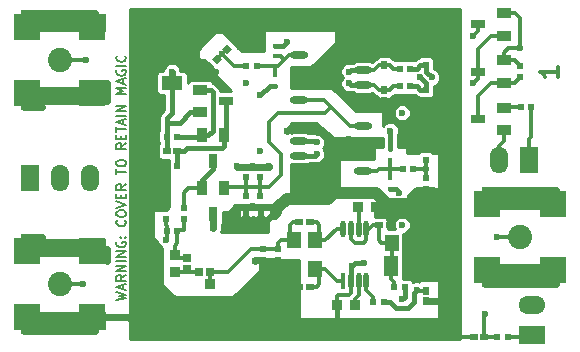
<source format=gtl>
G04 #@! TF.FileFunction,Copper,L1,Top,Signal*
%FSLAX46Y46*%
G04 Gerber Fmt 4.6, Leading zero omitted, Abs format (unit mm)*
G04 Created by KiCad (PCBNEW (2014-11-08 BZR 5258)-product) date Tue 11 Nov 2014 09:30:07 AM EST*
%MOMM*%
G01*
G04 APERTURE LIST*
%ADD10C,0.100000*%
%ADD11C,0.200000*%
%ADD12C,0.300000*%
%ADD13C,2.050000*%
%ADD14R,7.760000X1.600000*%
%ADD15R,2.200000X2.200000*%
%ADD16R,1.150000X1.450000*%
%ADD17R,1.524000X2.286000*%
%ADD18O,1.524000X2.286000*%
%ADD19R,2.286000X1.524000*%
%ADD20O,2.286000X1.524000*%
%ADD21R,0.600000X0.600000*%
%ADD22R,1.800000X1.200000*%
%ADD23R,0.600000X0.650000*%
%ADD24R,0.650000X0.600000*%
%ADD25R,1.200000X1.800000*%
%ADD26R,0.400000X0.300000*%
%ADD27R,1.300000X0.900000*%
%ADD28R,1.300000X0.800000*%
%ADD29R,0.900000X1.300000*%
%ADD30R,0.800000X1.300000*%
%ADD31R,1.550000X0.600000*%
%ADD32O,1.550000X0.600000*%
%ADD33R,0.450000X1.450000*%
%ADD34O,0.450000X1.450000*%
%ADD35R,0.900000X0.950000*%
%ADD36R,0.950000X0.900000*%
%ADD37R,0.650000X0.700000*%
%ADD38R,0.700000X0.650000*%
%ADD39C,0.600000*%
%ADD40C,0.600000*%
%ADD41C,0.400000*%
%ADD42C,0.350000*%
%ADD43C,1.000000*%
%ADD44C,0.254000*%
G04 APERTURE END LIST*
D10*
D11*
X96811905Y-85380951D02*
X97611905Y-85190475D01*
X97040476Y-85038094D01*
X97611905Y-84885713D01*
X96811905Y-84695237D01*
X97383333Y-84428570D02*
X97383333Y-84047618D01*
X97611905Y-84504761D02*
X96811905Y-84238094D01*
X97611905Y-83971427D01*
X97611905Y-83247618D02*
X97230952Y-83514285D01*
X97611905Y-83704761D02*
X96811905Y-83704761D01*
X96811905Y-83399999D01*
X96850000Y-83323808D01*
X96888095Y-83285713D01*
X96964286Y-83247618D01*
X97078571Y-83247618D01*
X97154762Y-83285713D01*
X97192857Y-83323808D01*
X97230952Y-83399999D01*
X97230952Y-83704761D01*
X97611905Y-82904761D02*
X96811905Y-82904761D01*
X97611905Y-82447618D01*
X96811905Y-82447618D01*
X97611905Y-82066666D02*
X96811905Y-82066666D01*
X97611905Y-81685714D02*
X96811905Y-81685714D01*
X97611905Y-81228571D01*
X96811905Y-81228571D01*
X96850000Y-80428571D02*
X96811905Y-80504762D01*
X96811905Y-80619047D01*
X96850000Y-80733333D01*
X96926190Y-80809524D01*
X97002381Y-80847619D01*
X97154762Y-80885714D01*
X97269048Y-80885714D01*
X97421429Y-80847619D01*
X97497619Y-80809524D01*
X97573810Y-80733333D01*
X97611905Y-80619047D01*
X97611905Y-80542857D01*
X97573810Y-80428571D01*
X97535714Y-80390476D01*
X97269048Y-80390476D01*
X97269048Y-80542857D01*
X97535714Y-80047619D02*
X97573810Y-80009524D01*
X97611905Y-80047619D01*
X97573810Y-80085714D01*
X97535714Y-80047619D01*
X97611905Y-80047619D01*
X97116667Y-80047619D02*
X97154762Y-80009524D01*
X97192857Y-80047619D01*
X97154762Y-80085714D01*
X97116667Y-80047619D01*
X97192857Y-80047619D01*
X97535714Y-78600000D02*
X97573810Y-78638095D01*
X97611905Y-78752381D01*
X97611905Y-78828571D01*
X97573810Y-78942857D01*
X97497619Y-79019048D01*
X97421429Y-79057143D01*
X97269048Y-79095238D01*
X97154762Y-79095238D01*
X97002381Y-79057143D01*
X96926190Y-79019048D01*
X96850000Y-78942857D01*
X96811905Y-78828571D01*
X96811905Y-78752381D01*
X96850000Y-78638095D01*
X96888095Y-78600000D01*
X96811905Y-78104762D02*
X96811905Y-77952381D01*
X96850000Y-77876190D01*
X96926190Y-77800000D01*
X97078571Y-77761905D01*
X97345238Y-77761905D01*
X97497619Y-77800000D01*
X97573810Y-77876190D01*
X97611905Y-77952381D01*
X97611905Y-78104762D01*
X97573810Y-78180952D01*
X97497619Y-78257143D01*
X97345238Y-78295238D01*
X97078571Y-78295238D01*
X96926190Y-78257143D01*
X96850000Y-78180952D01*
X96811905Y-78104762D01*
X96811905Y-77533334D02*
X97611905Y-77266667D01*
X96811905Y-77000000D01*
X97192857Y-76733334D02*
X97192857Y-76466667D01*
X97611905Y-76352381D02*
X97611905Y-76733334D01*
X96811905Y-76733334D01*
X96811905Y-76352381D01*
X97611905Y-75552381D02*
X97230952Y-75819048D01*
X97611905Y-76009524D02*
X96811905Y-76009524D01*
X96811905Y-75704762D01*
X96850000Y-75628571D01*
X96888095Y-75590476D01*
X96964286Y-75552381D01*
X97078571Y-75552381D01*
X97154762Y-75590476D01*
X97192857Y-75628571D01*
X97230952Y-75704762D01*
X97230952Y-76009524D01*
X96811905Y-74714286D02*
X96811905Y-74257143D01*
X97611905Y-74485714D02*
X96811905Y-74485714D01*
X96811905Y-73838095D02*
X96811905Y-73685714D01*
X96850000Y-73609523D01*
X96926190Y-73533333D01*
X97078571Y-73495238D01*
X97345238Y-73495238D01*
X97497619Y-73533333D01*
X97573810Y-73609523D01*
X97611905Y-73685714D01*
X97611905Y-73838095D01*
X97573810Y-73914285D01*
X97497619Y-73990476D01*
X97345238Y-74028571D01*
X97078571Y-74028571D01*
X96926190Y-73990476D01*
X96850000Y-73914285D01*
X96811905Y-73838095D01*
X97611905Y-72085714D02*
X97230952Y-72352381D01*
X97611905Y-72542857D02*
X96811905Y-72542857D01*
X96811905Y-72238095D01*
X96850000Y-72161904D01*
X96888095Y-72123809D01*
X96964286Y-72085714D01*
X97078571Y-72085714D01*
X97154762Y-72123809D01*
X97192857Y-72161904D01*
X97230952Y-72238095D01*
X97230952Y-72542857D01*
X97192857Y-71742857D02*
X97192857Y-71476190D01*
X97611905Y-71361904D02*
X97611905Y-71742857D01*
X96811905Y-71742857D01*
X96811905Y-71361904D01*
X96811905Y-71133333D02*
X96811905Y-70676190D01*
X97611905Y-70904761D02*
X96811905Y-70904761D01*
X97383333Y-70447618D02*
X97383333Y-70066666D01*
X97611905Y-70523809D02*
X96811905Y-70257142D01*
X97611905Y-69990475D01*
X97611905Y-69723809D02*
X96811905Y-69723809D01*
X97611905Y-69342857D02*
X96811905Y-69342857D01*
X97611905Y-68885714D01*
X96811905Y-68885714D01*
X97611905Y-67895238D02*
X96811905Y-67895238D01*
X97383333Y-67628571D01*
X96811905Y-67361904D01*
X97611905Y-67361904D01*
X97383333Y-67019047D02*
X97383333Y-66638095D01*
X97611905Y-67095238D02*
X96811905Y-66828571D01*
X97611905Y-66561904D01*
X96850000Y-65876190D02*
X96811905Y-65952381D01*
X96811905Y-66066666D01*
X96850000Y-66180952D01*
X96926190Y-66257143D01*
X97002381Y-66295238D01*
X97154762Y-66333333D01*
X97269048Y-66333333D01*
X97421429Y-66295238D01*
X97497619Y-66257143D01*
X97573810Y-66180952D01*
X97611905Y-66066666D01*
X97611905Y-65990476D01*
X97573810Y-65876190D01*
X97535714Y-65838095D01*
X97269048Y-65838095D01*
X97269048Y-65990476D01*
X97611905Y-65495238D02*
X96811905Y-65495238D01*
X97535714Y-64657143D02*
X97573810Y-64695238D01*
X97611905Y-64809524D01*
X97611905Y-64885714D01*
X97573810Y-65000000D01*
X97497619Y-65076191D01*
X97421429Y-65114286D01*
X97269048Y-65152381D01*
X97154762Y-65152381D01*
X97002381Y-65114286D01*
X96926190Y-65076191D01*
X96850000Y-65000000D01*
X96811905Y-64885714D01*
X96811905Y-64809524D01*
X96850000Y-64695238D01*
X96888095Y-64657143D01*
D12*
X134178571Y-65571428D02*
X134178571Y-66428571D01*
X134178571Y-65999999D02*
X132678571Y-65999999D01*
X132892857Y-66142856D01*
X133035714Y-66285714D01*
X133107143Y-66428571D01*
D13*
X92000000Y-65000000D03*
D14*
X92000000Y-68080000D03*
X92000000Y-61920000D03*
D15*
X89220000Y-67780000D03*
X89220000Y-62220000D03*
X94780000Y-67780000D03*
X94780000Y-62220000D03*
D16*
X121900000Y-80500000D03*
X120100000Y-80500000D03*
D17*
X89460000Y-75000000D03*
D18*
X92000000Y-75000000D03*
X94540000Y-75000000D03*
D17*
X131770000Y-73500000D03*
D18*
X129230000Y-73500000D03*
D19*
X132000000Y-88270000D03*
D20*
X132000000Y-85730000D03*
D16*
X113650000Y-80250000D03*
X111850000Y-80250000D03*
D21*
X131000000Y-66450000D03*
X131000000Y-65550000D03*
D22*
X101500000Y-66950000D03*
X101500000Y-64050000D03*
D23*
X119500000Y-67550000D03*
X119500000Y-68450000D03*
X119500000Y-65450000D03*
X119500000Y-64550000D03*
D24*
X112300000Y-78750000D03*
X113200000Y-78750000D03*
X112300000Y-84250000D03*
X113200000Y-84250000D03*
D16*
X113650000Y-82750000D03*
X111850000Y-82750000D03*
D24*
X119050000Y-79000000D03*
X119950000Y-79000000D03*
D23*
X123000000Y-84550000D03*
X123000000Y-85450000D03*
D24*
X127950000Y-88500000D03*
X127050000Y-88500000D03*
D25*
X120050000Y-82500000D03*
X122950000Y-82500000D03*
D24*
X101950000Y-72750000D03*
X101050000Y-72750000D03*
D26*
X110250000Y-67200000D03*
X110250000Y-66300000D03*
X110250000Y-64700000D03*
X110250000Y-63800000D03*
X120000000Y-75950000D03*
X120000000Y-75050000D03*
X120000000Y-73450000D03*
X120000000Y-72550000D03*
D21*
X108700000Y-65500000D03*
X107800000Y-65500000D03*
X121050000Y-74250000D03*
X121950000Y-74250000D03*
D13*
X131000000Y-80000000D03*
D14*
X131000000Y-83080000D03*
X131000000Y-76920000D03*
D15*
X128220000Y-82780000D03*
X128220000Y-77220000D03*
X133780000Y-82780000D03*
X133780000Y-77220000D03*
D13*
X92000000Y-84000000D03*
D14*
X92000000Y-87080000D03*
X92000000Y-80920000D03*
D15*
X89220000Y-86780000D03*
X89220000Y-81220000D03*
X94780000Y-86780000D03*
X94780000Y-81220000D03*
D27*
X129600000Y-70950000D03*
X129600000Y-69050000D03*
D28*
X127400000Y-70000000D03*
D27*
X129600000Y-66950000D03*
X129600000Y-65050000D03*
D28*
X127400000Y-66000000D03*
D27*
X129600000Y-62950000D03*
X129600000Y-61050000D03*
D28*
X127400000Y-62000000D03*
D27*
X103900000Y-67550000D03*
X103900000Y-69450000D03*
D28*
X106100000Y-68500000D03*
D29*
X105950000Y-75900000D03*
X104050000Y-75900000D03*
D30*
X105000000Y-78100000D03*
D29*
X105950000Y-71400000D03*
X104050000Y-71400000D03*
D30*
X105000000Y-73600000D03*
D10*
G36*
X106181802Y-64492462D02*
X105757538Y-64068198D01*
X106181802Y-63643934D01*
X106606066Y-64068198D01*
X106181802Y-64492462D01*
X106181802Y-64492462D01*
G37*
G36*
X106818198Y-63856066D02*
X106393934Y-63431802D01*
X106818198Y-63007538D01*
X107242462Y-63431802D01*
X106818198Y-63856066D01*
X106818198Y-63856066D01*
G37*
G36*
X105318198Y-64507538D02*
X105742462Y-64931802D01*
X105318198Y-65356066D01*
X104893934Y-64931802D01*
X105318198Y-64507538D01*
X105318198Y-64507538D01*
G37*
G36*
X104681802Y-65143934D02*
X105106066Y-65568198D01*
X104681802Y-65992462D01*
X104257538Y-65568198D01*
X104681802Y-65143934D01*
X104681802Y-65143934D01*
G37*
D21*
X118550000Y-85500000D03*
X119450000Y-85500000D03*
X129050000Y-88500000D03*
X129950000Y-88500000D03*
X123000000Y-73450000D03*
X123000000Y-72550000D03*
X123000000Y-75050000D03*
X123000000Y-75950000D03*
X131950000Y-69000000D03*
X131050000Y-69000000D03*
X121700000Y-67250000D03*
X120800000Y-67250000D03*
X121700000Y-65750000D03*
X120800000Y-65750000D03*
X123000000Y-68450000D03*
X123000000Y-67550000D03*
X123000000Y-64550000D03*
X123000000Y-65450000D03*
X109250000Y-81050000D03*
X109250000Y-81950000D03*
X110500000Y-81050000D03*
X110500000Y-81950000D03*
X120300000Y-84250000D03*
X121200000Y-84250000D03*
X107750000Y-74950000D03*
X107750000Y-74050000D03*
X109000000Y-74950000D03*
X109000000Y-74050000D03*
X107750000Y-76550000D03*
X107750000Y-77450000D03*
X101050000Y-74000000D03*
X101950000Y-74000000D03*
X109000000Y-76550000D03*
X109000000Y-77450000D03*
X101950000Y-71500000D03*
X101050000Y-71500000D03*
X101000000Y-78450000D03*
X101000000Y-77550000D03*
X101950000Y-79500000D03*
X101050000Y-79500000D03*
X102500000Y-78450000D03*
X102500000Y-77550000D03*
D31*
X117700000Y-68405000D03*
D32*
X117700000Y-67135000D03*
X117700000Y-65865000D03*
X117700000Y-64595000D03*
X112300000Y-64595000D03*
X112300000Y-65865000D03*
X112300000Y-67135000D03*
X112300000Y-68405000D03*
D31*
X112300000Y-70595000D03*
D32*
X112300000Y-71865000D03*
X112300000Y-73135000D03*
X112300000Y-74405000D03*
X117700000Y-74405000D03*
X117700000Y-73135000D03*
X117700000Y-71865000D03*
X117700000Y-70595000D03*
D33*
X116025000Y-83700000D03*
D34*
X116675000Y-83700000D03*
X117325000Y-83700000D03*
X117975000Y-83700000D03*
X117975000Y-79300000D03*
X117325000Y-79300000D03*
X116675000Y-79300000D03*
X116025000Y-79300000D03*
D35*
X117000000Y-85750000D03*
X115500000Y-85750000D03*
X117250000Y-77500000D03*
X118750000Y-77500000D03*
X101750000Y-81500000D03*
X100250000Y-81500000D03*
X101750000Y-83000000D03*
X100250000Y-83000000D03*
D36*
X104750000Y-84000000D03*
X104750000Y-85500000D03*
D37*
X104700000Y-83000000D03*
X103800000Y-83000000D03*
D38*
X102750000Y-82700000D03*
X102750000Y-81800000D03*
D39*
X105000000Y-79250000D03*
X105000000Y-79250000D03*
X109000000Y-72750000D03*
X121000000Y-79000000D03*
X121000000Y-85250000D03*
X102500000Y-87750000D03*
X105000000Y-87750000D03*
X107500000Y-87750000D03*
X110000000Y-87750000D03*
X112500000Y-87750000D03*
X115000000Y-87750000D03*
X117500000Y-87750000D03*
X120000000Y-87750000D03*
X125000000Y-86500000D03*
X125000000Y-84000000D03*
X125000000Y-81500000D03*
X125000000Y-79000000D03*
X125000000Y-76500000D03*
X125000000Y-74000000D03*
X125000000Y-71500000D03*
X125000000Y-69000000D03*
X125000000Y-66500000D03*
X125000000Y-64000000D03*
X125000000Y-61500000D03*
X121250000Y-61500000D03*
X118750000Y-61500000D03*
X116250000Y-61500000D03*
X113750000Y-61500000D03*
X111250000Y-61500000D03*
X108750000Y-61500000D03*
X106250000Y-61500000D03*
X103750000Y-61500000D03*
X101250000Y-61500000D03*
X98750000Y-62750000D03*
X98750000Y-65250000D03*
X98750000Y-67750000D03*
X98750000Y-70250000D03*
X98750000Y-72750000D03*
X98750000Y-75250000D03*
X98750000Y-80250000D03*
X98750000Y-85250000D03*
X98750000Y-87750000D03*
X109750000Y-74000000D03*
X108400000Y-74000000D03*
X107000000Y-74000000D03*
X109750000Y-77500000D03*
X108400000Y-77400000D03*
X123000000Y-76600000D03*
X123600000Y-76000000D03*
X122400000Y-76000000D03*
X123000000Y-72000000D03*
X122400000Y-72600000D03*
X123600000Y-72600000D03*
X105200000Y-66000000D03*
X104200000Y-65200000D03*
X104250000Y-66000000D03*
X107300000Y-63900000D03*
X107250000Y-63000000D03*
X106400000Y-63000000D03*
X121000000Y-63750000D03*
X112250000Y-75000000D03*
X113500000Y-74500000D03*
X116500000Y-73250000D03*
X116500000Y-71750000D03*
X117750000Y-72500000D03*
X111250000Y-71000000D03*
X111250000Y-71000000D03*
X113500000Y-70500000D03*
X117500000Y-69000000D03*
X116500000Y-68500000D03*
X116500000Y-64500000D03*
X117750000Y-64000000D03*
X113500000Y-67250000D03*
X113500000Y-65750000D03*
X112250000Y-66500000D03*
X108500000Y-82000000D03*
X123000000Y-78500000D03*
X121250000Y-77250000D03*
X118750000Y-76250000D03*
X116750000Y-76250000D03*
X114750000Y-76750000D03*
X112250000Y-76750000D03*
X109250000Y-79250000D03*
X107000000Y-77500000D03*
X106500000Y-79250000D03*
X98750000Y-77750000D03*
X122500000Y-87750000D03*
X128000000Y-76000000D03*
X129500000Y-76000000D03*
X131000000Y-76000000D03*
X132500000Y-76000000D03*
X134000000Y-76000000D03*
X128000000Y-84000000D03*
X129500000Y-84000000D03*
X131000000Y-84000000D03*
X132500000Y-84000000D03*
X134000000Y-84000000D03*
X89000000Y-88000000D03*
X90500000Y-88000000D03*
X92000000Y-88000000D03*
X93500000Y-88000000D03*
X95000000Y-88000000D03*
X89000000Y-80000000D03*
X90500000Y-80000000D03*
X96000000Y-82000000D03*
X96000000Y-81000000D03*
X89000000Y-69000000D03*
X90500000Y-69000000D03*
X96000000Y-67000000D03*
X96000000Y-68500000D03*
X89000000Y-61000000D03*
X90500000Y-61000000D03*
X92000000Y-61000000D03*
X93500000Y-61000000D03*
X95000000Y-61000000D03*
X109000000Y-64000000D03*
X122000000Y-69250000D03*
X116750000Y-82500000D03*
X117750000Y-82250000D03*
X104000000Y-85500000D03*
X104750000Y-86250000D03*
X105500000Y-85500000D03*
X100250000Y-82250000D03*
X100250000Y-83750000D03*
X131000000Y-64000000D03*
X101500000Y-66000000D03*
X101500000Y-66000000D03*
X107750000Y-67000000D03*
X121000000Y-69500000D03*
X113750000Y-73000000D03*
X113750000Y-73000000D03*
X116500000Y-67000000D03*
X113750000Y-72000000D03*
X116500000Y-66000000D03*
X128000000Y-86500000D03*
X128000000Y-86500000D03*
X122250000Y-84500000D03*
X109000000Y-68000000D03*
X109000000Y-68000000D03*
X111250000Y-63500000D03*
X111250000Y-63500000D03*
X120750000Y-76250000D03*
X120750000Y-76250000D03*
X120000000Y-71000000D03*
X120000000Y-71000000D03*
X94250000Y-65000000D03*
X94250000Y-65000000D03*
X105750000Y-64500000D03*
X105750000Y-64500000D03*
X105750000Y-64500000D03*
X123000000Y-74250000D03*
X129000000Y-80000000D03*
X94000000Y-84000000D03*
X94000000Y-84000000D03*
X101000000Y-80250000D03*
X127000000Y-67000000D03*
X122500000Y-66500000D03*
X127000000Y-63000000D03*
X127000000Y-63000000D03*
X127000000Y-63000000D03*
X127000000Y-63000000D03*
X127000000Y-63000000D03*
X123500000Y-66500000D03*
D40*
X105000000Y-79250000D02*
X105000000Y-78100000D01*
D41*
X121200000Y-85050000D02*
X121000000Y-85250000D01*
X121200000Y-84250000D02*
X121200000Y-85050000D01*
D42*
X129600000Y-71900000D02*
X129230000Y-72270000D01*
X129230000Y-72270000D02*
X129230000Y-73500000D01*
X129600000Y-70950000D02*
X129600000Y-71900000D01*
X127050000Y-88500000D02*
X125750000Y-88500000D01*
X125750000Y-88500000D02*
X125000000Y-87750000D01*
D40*
X102500000Y-87750000D02*
X98750000Y-87750000D01*
X105000000Y-87750000D02*
X102500000Y-87750000D01*
X107500000Y-87750000D02*
X105000000Y-87750000D01*
X110000000Y-87750000D02*
X107500000Y-87750000D01*
X112500000Y-87750000D02*
X110000000Y-87750000D01*
X115000000Y-87750000D02*
X112500000Y-87750000D01*
X117500000Y-87750000D02*
X115000000Y-87750000D01*
X120000000Y-87750000D02*
X117500000Y-87750000D01*
X122500000Y-87750000D02*
X120000000Y-87750000D01*
X125000000Y-87750000D02*
X122500000Y-87750000D01*
X125000000Y-86500000D02*
X125000000Y-87750000D01*
X125000000Y-85600000D02*
X125000000Y-86500000D01*
X125000000Y-84000000D02*
X125000000Y-85600000D01*
X125000000Y-81500000D02*
X125000000Y-84000000D01*
X125000000Y-79000000D02*
X125000000Y-81500000D01*
X125000000Y-76500000D02*
X125000000Y-79000000D01*
X125000000Y-74000000D02*
X125000000Y-76500000D01*
X125000000Y-71500000D02*
X125000000Y-74000000D01*
X125000000Y-69000000D02*
X125000000Y-71500000D01*
X125000000Y-66500000D02*
X125000000Y-69000000D01*
X125000000Y-64000000D02*
X125000000Y-66500000D01*
X125000000Y-61500000D02*
X125000000Y-64000000D01*
X121250000Y-61500000D02*
X125000000Y-61500000D01*
X118750000Y-61500000D02*
X121250000Y-61500000D01*
X116250000Y-61500000D02*
X118750000Y-61500000D01*
X113750000Y-61500000D02*
X116250000Y-61500000D01*
X111250000Y-61500000D02*
X113750000Y-61500000D01*
X108750000Y-61500000D02*
X111250000Y-61500000D01*
X106250000Y-61500000D02*
X108750000Y-61500000D01*
X103750000Y-61500000D02*
X106250000Y-61500000D01*
X101250000Y-61500000D02*
X103750000Y-61500000D01*
X98750000Y-61500000D02*
X101250000Y-61500000D01*
X98750000Y-62750000D02*
X98750000Y-61500000D01*
X98750000Y-67750000D02*
X98750000Y-62750000D01*
X98750000Y-67750000D02*
X98750000Y-65250000D01*
X98750000Y-70250000D02*
X98750000Y-67750000D01*
X98750000Y-72750000D02*
X98750000Y-70250000D01*
X98750000Y-74000000D02*
X98750000Y-72750000D01*
X98750000Y-77750000D02*
X98750000Y-74000000D01*
X98750000Y-77750000D02*
X98750000Y-75250000D01*
X98750000Y-80250000D02*
X98750000Y-77750000D01*
X98750000Y-85250000D02*
X98750000Y-82750000D01*
X98750000Y-87750000D02*
X98750000Y-85250000D01*
X94780000Y-86780000D02*
X97780000Y-86780000D01*
X97780000Y-86780000D02*
X98750000Y-87750000D01*
X109000000Y-74050000D02*
X109700000Y-74050000D01*
X109700000Y-74050000D02*
X109750000Y-74000000D01*
X109000000Y-74050000D02*
X108450000Y-74050000D01*
X108450000Y-74050000D02*
X108400000Y-74000000D01*
X107750000Y-74050000D02*
X108350000Y-74050000D01*
X108350000Y-74050000D02*
X108400000Y-74000000D01*
X107750000Y-74050000D02*
X107050000Y-74050000D01*
X107050000Y-74050000D02*
X107000000Y-74000000D01*
X109000000Y-77450000D02*
X109700000Y-77450000D01*
X109700000Y-77450000D02*
X109750000Y-77500000D01*
X109000000Y-77450000D02*
X108450000Y-77450000D01*
X108450000Y-77450000D02*
X108400000Y-77400000D01*
X107750000Y-77450000D02*
X108350000Y-77450000D01*
X108350000Y-77450000D02*
X108400000Y-77400000D01*
D41*
X123000000Y-75950000D02*
X123000000Y-76600000D01*
X123000000Y-75950000D02*
X123550000Y-75950000D01*
X123550000Y-75950000D02*
X123600000Y-76000000D01*
X123000000Y-75950000D02*
X122450000Y-75950000D01*
X122450000Y-75950000D02*
X122400000Y-76000000D01*
X123000000Y-72550000D02*
X123000000Y-72000000D01*
X123000000Y-72550000D02*
X122450000Y-72550000D01*
X122450000Y-72550000D02*
X122400000Y-72600000D01*
X123000000Y-72550000D02*
X123550000Y-72550000D01*
X123550000Y-72550000D02*
X123600000Y-72600000D01*
X104681802Y-65568198D02*
X105113604Y-66000000D01*
X105113604Y-66000000D02*
X105200000Y-66000000D01*
X104681802Y-65568198D02*
X104313604Y-65200000D01*
X104313604Y-65200000D02*
X104200000Y-65200000D01*
X104681802Y-65568198D02*
X104250000Y-66000000D01*
X106818198Y-63431802D02*
X106831802Y-63431802D01*
X106831802Y-63431802D02*
X107300000Y-63900000D01*
X106818198Y-63431802D02*
X107250000Y-63000000D01*
X106818198Y-63431802D02*
X106400000Y-63013604D01*
X106400000Y-63013604D02*
X106400000Y-63000000D01*
D40*
X121263833Y-68450000D02*
X123000000Y-68450000D01*
X119500000Y-68450000D02*
X121263833Y-68450000D01*
X121272151Y-64550000D02*
X119500000Y-64550000D01*
X123000000Y-64550000D02*
X121272151Y-64550000D01*
X121272151Y-64550000D02*
X121272151Y-64022151D01*
X121272151Y-64022151D02*
X121000000Y-63750000D01*
X112300000Y-74405000D02*
X112300000Y-74950000D01*
X112300000Y-74950000D02*
X112250000Y-75000000D01*
X112300000Y-74405000D02*
X113405000Y-74405000D01*
X113405000Y-74405000D02*
X113500000Y-74500000D01*
X117700000Y-73135000D02*
X116615000Y-73135000D01*
X116615000Y-73135000D02*
X116500000Y-73250000D01*
X117700000Y-71865000D02*
X116615000Y-71865000D01*
X116615000Y-71865000D02*
X116500000Y-71750000D01*
X117700000Y-73135000D02*
X117700000Y-72550000D01*
X117700000Y-72550000D02*
X117750000Y-72500000D01*
X117700000Y-71865000D02*
X117700000Y-72450000D01*
X117700000Y-72450000D02*
X117750000Y-72500000D01*
X112300000Y-70595000D02*
X111655000Y-70595000D01*
X111655000Y-70595000D02*
X111250000Y-71000000D01*
X112300000Y-70595000D02*
X113405000Y-70595000D01*
X113405000Y-70595000D02*
X113500000Y-70500000D01*
X117700000Y-68405000D02*
X117700000Y-68800000D01*
X117700000Y-68800000D02*
X117500000Y-69000000D01*
X117700000Y-68405000D02*
X116595000Y-68405000D01*
X116595000Y-68405000D02*
X116500000Y-68500000D01*
X117700000Y-64595000D02*
X116595000Y-64595000D01*
X116595000Y-64595000D02*
X116500000Y-64500000D01*
X117700000Y-64595000D02*
X117700000Y-64050000D01*
X117700000Y-64050000D02*
X117750000Y-64000000D01*
X112300000Y-67135000D02*
X113385000Y-67135000D01*
X113385000Y-67135000D02*
X113500000Y-67250000D01*
X112300000Y-65865000D02*
X113385000Y-65865000D01*
X113385000Y-65865000D02*
X113500000Y-65750000D01*
X112300000Y-67135000D02*
X112300000Y-66550000D01*
X112300000Y-66550000D02*
X112250000Y-66500000D01*
X112300000Y-65865000D02*
X112300000Y-66450000D01*
X112300000Y-66450000D02*
X112250000Y-66500000D01*
X109250000Y-81950000D02*
X108550000Y-81950000D01*
X108550000Y-81950000D02*
X108500000Y-82000000D01*
D42*
X115600000Y-84900000D02*
X115500000Y-85000000D01*
X115500000Y-85000000D02*
X115500000Y-85750000D01*
X116500000Y-84900000D02*
X115600000Y-84900000D01*
X116675000Y-84725000D02*
X116500000Y-84900000D01*
X116675000Y-83700000D02*
X116675000Y-84725000D01*
X110750000Y-83750000D02*
X110500000Y-83500000D01*
X110500000Y-83500000D02*
X110500000Y-81950000D01*
X111500000Y-83750000D02*
X110750000Y-83750000D01*
X111500000Y-84000000D02*
X111500000Y-83100000D01*
X111500000Y-83100000D02*
X111850000Y-82750000D01*
X111750000Y-84250000D02*
X111500000Y-84000000D01*
X112300000Y-84250000D02*
X111750000Y-84250000D01*
X109250000Y-81950000D02*
X110500000Y-81950000D01*
D43*
X123500000Y-79000000D02*
X123000000Y-78500000D01*
X125000000Y-79000000D02*
X123500000Y-79000000D01*
X121750000Y-77250000D02*
X121250000Y-77250000D01*
X123000000Y-78500000D02*
X121750000Y-77250000D01*
X121250000Y-77250000D02*
X119750000Y-77250000D01*
X119750000Y-77250000D02*
X118750000Y-76250000D01*
X118750000Y-76250000D02*
X116750000Y-76250000D01*
X115250000Y-76250000D02*
X114750000Y-76750000D01*
X116750000Y-76250000D02*
X115250000Y-76250000D01*
X114750000Y-76750000D02*
X112250000Y-76750000D01*
X112250000Y-76750000D02*
X111250000Y-76750000D01*
X111250000Y-76750000D02*
X110500000Y-77500000D01*
D40*
X110500000Y-77500000D02*
X109750000Y-77500000D01*
X119500000Y-77500000D02*
X119750000Y-77250000D01*
X118750000Y-77500000D02*
X119500000Y-77500000D01*
X107000000Y-77500000D02*
X107000000Y-78750000D01*
X107050000Y-77450000D02*
X107750000Y-77450000D01*
X107050000Y-77450000D02*
X107000000Y-77500000D01*
X107000000Y-78750000D02*
X106500000Y-79250000D01*
X109250000Y-79250000D02*
X106500000Y-79250000D01*
X98950000Y-77550000D02*
X98750000Y-77750000D01*
X101000000Y-77550000D02*
X98950000Y-77550000D01*
X98750000Y-74000000D02*
X101050000Y-74000000D01*
X125000000Y-85450000D02*
X125000000Y-85600000D01*
X123000000Y-85450000D02*
X125000000Y-85450000D01*
X128520000Y-76920000D02*
X131000000Y-76920000D01*
X128220000Y-77220000D02*
X128520000Y-76920000D01*
X133480000Y-76920000D02*
X131000000Y-76920000D01*
X133780000Y-77220000D02*
X133480000Y-76920000D01*
X128220000Y-76220000D02*
X128000000Y-76000000D01*
X128220000Y-77220000D02*
X128220000Y-76220000D01*
X128000000Y-76000000D02*
X129500000Y-76000000D01*
X129500000Y-76000000D02*
X131000000Y-76000000D01*
X131000000Y-76000000D02*
X132500000Y-76000000D01*
X132500000Y-76000000D02*
X134000000Y-76000000D01*
X128520000Y-83080000D02*
X131000000Y-83080000D01*
X128220000Y-82780000D02*
X128520000Y-83080000D01*
X133480000Y-83080000D02*
X131000000Y-83080000D01*
X133780000Y-82780000D02*
X133480000Y-83080000D01*
X128220000Y-83780000D02*
X128000000Y-84000000D01*
X128220000Y-82780000D02*
X128220000Y-83780000D01*
X128000000Y-84000000D02*
X129500000Y-84000000D01*
X129500000Y-84000000D02*
X131000000Y-84000000D01*
X131000000Y-84000000D02*
X132500000Y-84000000D01*
X132500000Y-84000000D02*
X134000000Y-84000000D01*
X89520000Y-87080000D02*
X92000000Y-87080000D01*
X89220000Y-86780000D02*
X89520000Y-87080000D01*
X94480000Y-87080000D02*
X92000000Y-87080000D01*
X94780000Y-86780000D02*
X94480000Y-87080000D01*
X89220000Y-87780000D02*
X89000000Y-88000000D01*
X89220000Y-86780000D02*
X89220000Y-87780000D01*
X89000000Y-88000000D02*
X90500000Y-88000000D01*
X90500000Y-88000000D02*
X92000000Y-88000000D01*
X92000000Y-88000000D02*
X93500000Y-88000000D01*
X93500000Y-88000000D02*
X95000000Y-88000000D01*
X89520000Y-80920000D02*
X92000000Y-80920000D01*
X89220000Y-81220000D02*
X89520000Y-80920000D01*
X94480000Y-80920000D02*
X92000000Y-80920000D01*
X94780000Y-81220000D02*
X94480000Y-80920000D01*
X89220000Y-80220000D02*
X89000000Y-80000000D01*
X89220000Y-81220000D02*
X89220000Y-80220000D01*
X89000000Y-80000000D02*
X90500000Y-80000000D01*
X95220000Y-81220000D02*
X96000000Y-82000000D01*
X94780000Y-81220000D02*
X95220000Y-81220000D01*
X96000000Y-82000000D02*
X96000000Y-81000000D01*
X89520000Y-68080000D02*
X92000000Y-68080000D01*
X89220000Y-67780000D02*
X89520000Y-68080000D01*
X94480000Y-68080000D02*
X92000000Y-68080000D01*
X94780000Y-67780000D02*
X94480000Y-68080000D01*
X89220000Y-68780000D02*
X89000000Y-69000000D01*
X89220000Y-67780000D02*
X89220000Y-68780000D01*
X89000000Y-69000000D02*
X90500000Y-69000000D01*
X95220000Y-67780000D02*
X96000000Y-67000000D01*
X94780000Y-67780000D02*
X95220000Y-67780000D01*
X96000000Y-67000000D02*
X96000000Y-68500000D01*
X89220000Y-61220000D02*
X89000000Y-61000000D01*
X89220000Y-62220000D02*
X89220000Y-61220000D01*
X89000000Y-61000000D02*
X90500000Y-61000000D01*
X90500000Y-61000000D02*
X92000000Y-61000000D01*
X92000000Y-61000000D02*
X93500000Y-61000000D01*
X93500000Y-61000000D02*
X95000000Y-61000000D01*
X121263833Y-68513833D02*
X121263833Y-68450000D01*
X122000000Y-69250000D02*
X121263833Y-68513833D01*
D41*
X116675000Y-82575000D02*
X116750000Y-82500000D01*
X116675000Y-83700000D02*
X116675000Y-82575000D01*
X117000000Y-82250000D02*
X117750000Y-82250000D01*
X116750000Y-82500000D02*
X117000000Y-82250000D01*
X115500000Y-87250000D02*
X115000000Y-87750000D01*
X115500000Y-85750000D02*
X115500000Y-87250000D01*
D42*
X119455000Y-68405000D02*
X117700000Y-68405000D01*
X119500000Y-68450000D02*
X119455000Y-68405000D01*
X119455000Y-64595000D02*
X117700000Y-64595000D01*
X119500000Y-64550000D02*
X119455000Y-64595000D01*
X99000000Y-83000000D02*
X98750000Y-82750000D01*
X100250000Y-83000000D02*
X99000000Y-83000000D01*
X98828798Y-81500000D02*
X98750000Y-81578798D01*
X100250000Y-81500000D02*
X98828798Y-81500000D01*
D40*
X98750000Y-81578798D02*
X98750000Y-80250000D01*
X98750000Y-82750000D02*
X98750000Y-81578798D01*
D42*
X104750000Y-85500000D02*
X104000000Y-85500000D01*
X104750000Y-85500000D02*
X104750000Y-86250000D01*
X104750000Y-85500000D02*
X105500000Y-85500000D01*
X100250000Y-83000000D02*
X100250000Y-82250000D01*
X100250000Y-81500000D02*
X100250000Y-82250000D01*
X100250000Y-83000000D02*
X100250000Y-83750000D01*
X130000000Y-64000000D02*
X129600000Y-64400000D01*
X129600000Y-64400000D02*
X129600000Y-65050000D01*
X131000000Y-64000000D02*
X130000000Y-64000000D01*
X130550000Y-61050000D02*
X131000000Y-61500000D01*
X131000000Y-61500000D02*
X131000000Y-64000000D01*
X129600000Y-61050000D02*
X130550000Y-61050000D01*
X131000000Y-65500000D02*
X130550000Y-65050000D01*
X130550000Y-65050000D02*
X129600000Y-65050000D01*
X131000000Y-65550000D02*
X131000000Y-65500000D01*
D40*
X101500000Y-66000000D02*
X101500000Y-66950000D01*
D41*
X102169901Y-70330099D02*
X103050000Y-69450000D01*
X103050000Y-69450000D02*
X103900000Y-69450000D01*
X101050000Y-70330099D02*
X101050000Y-71500000D01*
X101050000Y-69950000D02*
X101050000Y-70330099D01*
X101050000Y-70330099D02*
X102169901Y-70330099D01*
X101050000Y-71500000D02*
X101050000Y-72750000D01*
X101500000Y-69500000D02*
X101050000Y-69950000D01*
X101500000Y-66950000D02*
X101500000Y-69500000D01*
D42*
X120250000Y-67250000D02*
X120800000Y-67250000D01*
X119950000Y-67550000D02*
X120250000Y-67250000D01*
X119500000Y-67550000D02*
X119950000Y-67550000D01*
X118635000Y-67135000D02*
X119050000Y-67550000D01*
X119050000Y-67550000D02*
X119500000Y-67550000D01*
X117700000Y-67135000D02*
X118635000Y-67135000D01*
D41*
X113750000Y-73000000D02*
X113615000Y-73135000D01*
X113615000Y-73135000D02*
X112300000Y-73135000D01*
X117700000Y-67135000D02*
X116635000Y-67135000D01*
X116635000Y-67135000D02*
X116500000Y-67000000D01*
D42*
X119050000Y-65450000D02*
X118635000Y-65865000D01*
X118635000Y-65865000D02*
X117700000Y-65865000D01*
X119500000Y-65450000D02*
X119050000Y-65450000D01*
X120250000Y-65750000D02*
X119950000Y-65450000D01*
X119950000Y-65450000D02*
X119500000Y-65450000D01*
X120800000Y-65750000D02*
X120250000Y-65750000D01*
D41*
X112300000Y-71865000D02*
X113615000Y-71865000D01*
X113615000Y-71865000D02*
X113750000Y-72000000D01*
X117700000Y-65865000D02*
X116635000Y-65865000D01*
X116635000Y-65865000D02*
X116500000Y-66000000D01*
D42*
X110750000Y-80250000D02*
X110500000Y-80500000D01*
X110500000Y-80500000D02*
X110500000Y-81050000D01*
X111850000Y-80250000D02*
X110750000Y-80250000D01*
X111500000Y-79000000D02*
X111500000Y-79900000D01*
X111500000Y-79900000D02*
X111850000Y-80250000D01*
X111750000Y-78750000D02*
X111500000Y-79000000D01*
X112300000Y-78750000D02*
X111750000Y-78750000D01*
X109250000Y-81050000D02*
X110500000Y-81050000D01*
X109200000Y-81000000D02*
X109250000Y-81050000D01*
X109250000Y-81050000D02*
X108200000Y-81050000D01*
X106250000Y-83000000D02*
X104700000Y-83000000D01*
X108200000Y-81050000D02*
X106250000Y-83000000D01*
X104700000Y-83950000D02*
X104750000Y-84000000D01*
X104700000Y-83000000D02*
X104700000Y-83950000D01*
X114500000Y-80250000D02*
X115450000Y-79300000D01*
X115450000Y-79300000D02*
X116025000Y-79300000D01*
X113650000Y-80250000D02*
X114500000Y-80250000D01*
X114000000Y-79000000D02*
X114000000Y-79900000D01*
X114000000Y-79900000D02*
X113650000Y-80250000D01*
X113750000Y-78750000D02*
X114000000Y-79000000D01*
X113200000Y-78750000D02*
X113750000Y-78750000D01*
X115975000Y-79250000D02*
X116025000Y-79300000D01*
X114500000Y-82750000D02*
X115450000Y-83700000D01*
X115450000Y-83700000D02*
X116025000Y-83700000D01*
X113650000Y-82750000D02*
X114500000Y-82750000D01*
X114000000Y-84000000D02*
X114000000Y-83100000D01*
X114000000Y-83100000D02*
X113650000Y-82750000D01*
X113750000Y-84250000D02*
X114000000Y-84000000D01*
X113200000Y-84250000D02*
X113750000Y-84250000D01*
X115975000Y-83750000D02*
X116025000Y-83700000D01*
X120300000Y-83800000D02*
X120050000Y-83550000D01*
X120050000Y-83550000D02*
X120050000Y-82500000D01*
X120300000Y-84250000D02*
X120300000Y-83800000D01*
X120100000Y-80500000D02*
X120100000Y-82450000D01*
X120100000Y-82450000D02*
X120050000Y-82500000D01*
X119050000Y-80300000D02*
X119250000Y-80500000D01*
X119250000Y-80500000D02*
X120100000Y-80500000D01*
X119050000Y-79000000D02*
X119050000Y-80300000D01*
X118200000Y-79300000D02*
X118500000Y-79000000D01*
X118500000Y-79000000D02*
X119050000Y-79000000D01*
X117975000Y-79300000D02*
X118200000Y-79300000D01*
X117750000Y-80500000D02*
X117975000Y-80275000D01*
X117975000Y-80275000D02*
X117975000Y-79300000D01*
X117000000Y-80500000D02*
X117750000Y-80500000D01*
X116675000Y-80175000D02*
X117000000Y-80500000D01*
X116675000Y-79300000D02*
X116675000Y-80175000D01*
X128000000Y-86500000D02*
X127950000Y-86550000D01*
X127950000Y-86550000D02*
X127950000Y-88500000D01*
X127950000Y-88500000D02*
X129050000Y-88500000D01*
X128000000Y-88450000D02*
X127950000Y-88500000D01*
X123000000Y-84550000D02*
X122300000Y-84550000D01*
X122300000Y-84550000D02*
X122250000Y-84500000D01*
D41*
X120000000Y-85500000D02*
X120500000Y-86000000D01*
X120500000Y-86000000D02*
X121500000Y-86000000D01*
X121500000Y-86000000D02*
X122000000Y-85500000D01*
X122000000Y-85500000D02*
X122000000Y-84750000D01*
X122000000Y-84750000D02*
X122250000Y-84500000D01*
X119450000Y-85500000D02*
X120000000Y-85500000D01*
D42*
X117325000Y-83700000D02*
X117325000Y-84925000D01*
X117325000Y-84925000D02*
X117000000Y-85250000D01*
X117000000Y-85250000D02*
X117000000Y-85750000D01*
X117325000Y-79300000D02*
X117325000Y-77575000D01*
X117325000Y-77575000D02*
X117250000Y-77500000D01*
D41*
X106100000Y-68500000D02*
X106100000Y-71250000D01*
X106100000Y-71250000D02*
X105950000Y-71400000D01*
X101950000Y-72750000D02*
X101950000Y-74000000D01*
X102750000Y-72500000D02*
X102500000Y-72750000D01*
X102500000Y-72750000D02*
X101950000Y-72750000D01*
X105750000Y-72500000D02*
X102750000Y-72500000D01*
X105950000Y-72300000D02*
X105750000Y-72500000D01*
X105950000Y-71400000D02*
X105950000Y-72300000D01*
D42*
X102500000Y-78450000D02*
X102500000Y-79455645D01*
X102500000Y-79455645D02*
X101994355Y-79455645D01*
X101994355Y-79455645D02*
X101950000Y-79500000D01*
X102050000Y-81800000D02*
X101750000Y-81500000D01*
X102750000Y-81800000D02*
X102050000Y-81800000D01*
X101950000Y-80550000D02*
X101950000Y-79500000D01*
X101750000Y-80750000D02*
X101950000Y-80550000D01*
X101750000Y-81500000D02*
X101750000Y-80750000D01*
X101750000Y-83000000D02*
X102750000Y-83000000D01*
X102750000Y-83000000D02*
X102750000Y-82700000D01*
X103800000Y-83000000D02*
X102750000Y-83000000D01*
D41*
X109800000Y-67200000D02*
X110250000Y-67200000D01*
X109000000Y-68000000D02*
X109800000Y-67200000D01*
D42*
X111000000Y-65000000D02*
X110500000Y-65500000D01*
X110500000Y-65500000D02*
X110250000Y-65500000D01*
X111405000Y-64595000D02*
X111000000Y-65000000D01*
X108700000Y-65500000D02*
X110250000Y-65500000D01*
X110250000Y-65500000D02*
X110250000Y-66300000D01*
X111000000Y-65000000D02*
X110700000Y-64700000D01*
X110700000Y-64700000D02*
X110250000Y-64700000D01*
X112300000Y-64595000D02*
X111405000Y-64595000D01*
D41*
X110950000Y-63800000D02*
X110250000Y-63800000D01*
X111250000Y-63500000D02*
X110950000Y-63800000D01*
X120450000Y-75950000D02*
X120000000Y-75950000D01*
X120750000Y-76250000D02*
X120450000Y-75950000D01*
D42*
X121050000Y-74250000D02*
X120000000Y-74250000D01*
X119000000Y-74250000D02*
X120000000Y-74250000D01*
X120000000Y-74250000D02*
X120000000Y-75050000D01*
X120000000Y-74250000D02*
X120000000Y-73450000D01*
X119000000Y-74250000D02*
X118845000Y-74405000D01*
X118845000Y-74405000D02*
X117700000Y-74405000D01*
D41*
X120000000Y-71000000D02*
X120000000Y-72550000D01*
D42*
X106181802Y-64068198D02*
X105750000Y-64500000D01*
X105318198Y-64931802D02*
X105750000Y-64500000D01*
X94250000Y-65000000D02*
X92000000Y-65000000D01*
X107800000Y-65500000D02*
X106750000Y-65500000D01*
X106750000Y-65500000D02*
X105750000Y-64500000D01*
X123000000Y-74250000D02*
X123000000Y-75050000D01*
X123000000Y-74250000D02*
X123000000Y-73450000D01*
X123000000Y-74250000D02*
X121950000Y-74250000D01*
X131000000Y-80000000D02*
X129000000Y-80000000D01*
X131770000Y-71730000D02*
X131950000Y-71550000D01*
X131950000Y-71550000D02*
X131950000Y-69000000D01*
X131770000Y-73500000D02*
X131770000Y-71730000D01*
X101050000Y-79050000D02*
X101000000Y-79000000D01*
X101000000Y-79000000D02*
X101000000Y-78450000D01*
X101050000Y-79500000D02*
X101050000Y-79050000D01*
X94000000Y-84000000D02*
X92000000Y-84000000D01*
X101050000Y-79500000D02*
X101050000Y-80200000D01*
X101050000Y-80200000D02*
X101000000Y-80250000D01*
X129950000Y-88500000D02*
X131770000Y-88500000D01*
X131770000Y-88500000D02*
X132000000Y-88270000D01*
X131050000Y-69000000D02*
X129650000Y-69000000D01*
X129650000Y-69000000D02*
X129600000Y-69050000D01*
X131000000Y-66500000D02*
X130550000Y-66950000D01*
X130550000Y-66950000D02*
X129600000Y-66950000D01*
X131000000Y-66450000D02*
X131000000Y-66500000D01*
X127400000Y-68100000D02*
X128550000Y-66950000D01*
X128550000Y-66950000D02*
X129600000Y-66950000D01*
X127400000Y-70000000D02*
X127400000Y-68100000D01*
X127400000Y-66600000D02*
X127000000Y-67000000D01*
X127400000Y-66000000D02*
X127400000Y-66600000D01*
X127400000Y-64100000D02*
X128550000Y-62950000D01*
X128550000Y-62950000D02*
X129600000Y-62950000D01*
X127400000Y-66000000D02*
X127400000Y-64100000D01*
D41*
X123000000Y-67550000D02*
X123000000Y-67000000D01*
X123000000Y-67000000D02*
X122500000Y-66500000D01*
X122250000Y-67250000D02*
X122550000Y-67550000D01*
X122550000Y-67550000D02*
X123000000Y-67550000D01*
X121700000Y-67250000D02*
X122250000Y-67250000D01*
D42*
X127400000Y-62000000D02*
X127400000Y-62600000D01*
X127400000Y-62600000D02*
X127000000Y-63000000D01*
D41*
X123000000Y-65450000D02*
X123000000Y-66000000D01*
X123000000Y-66000000D02*
X123500000Y-66500000D01*
X122250000Y-65750000D02*
X122550000Y-65450000D01*
X122550000Y-65450000D02*
X123000000Y-65450000D01*
X121700000Y-65750000D02*
X122250000Y-65750000D01*
X105000000Y-71000000D02*
X104600000Y-71400000D01*
X104600000Y-71400000D02*
X104050000Y-71400000D01*
X105000000Y-67750000D02*
X105000000Y-71000000D01*
X104800000Y-67550000D02*
X105000000Y-67750000D01*
X103900000Y-67550000D02*
X104800000Y-67550000D01*
X101950000Y-71500000D02*
X103950000Y-71500000D01*
X103950000Y-71500000D02*
X104050000Y-71400000D01*
D42*
X114405000Y-68405000D02*
X116595000Y-70595000D01*
X114405000Y-68405000D02*
X115000000Y-69000000D01*
X107750000Y-75750000D02*
X106100000Y-75750000D01*
X106100000Y-75750000D02*
X105950000Y-75900000D01*
X109000000Y-75750000D02*
X107750000Y-75750000D01*
X109750000Y-75750000D02*
X109000000Y-75750000D01*
X109000000Y-75750000D02*
X109000000Y-76550000D01*
X107750000Y-75750000D02*
X107750000Y-76550000D01*
X109000000Y-75750000D02*
X109000000Y-74950000D01*
X107750000Y-75750000D02*
X107750000Y-74950000D01*
X114405000Y-68405000D02*
X112300000Y-68405000D01*
X117700000Y-70595000D02*
X116595000Y-70595000D01*
X110750000Y-74750000D02*
X109750000Y-75750000D01*
X110750000Y-73000000D02*
X110750000Y-74750000D01*
X109750000Y-72000000D02*
X110750000Y-73000000D01*
X110500000Y-69500000D02*
X109750000Y-70250000D01*
X114500000Y-69500000D02*
X110500000Y-69500000D01*
X109750000Y-70250000D02*
X109750000Y-72000000D01*
X115000000Y-69000000D02*
X114500000Y-69500000D01*
D41*
X105000000Y-74250000D02*
X104050000Y-75200000D01*
X104050000Y-75200000D02*
X104050000Y-75900000D01*
X105000000Y-73600000D02*
X105000000Y-74250000D01*
D42*
X102850000Y-75900000D02*
X102500000Y-76250000D01*
X102500000Y-76250000D02*
X102500000Y-77550000D01*
X104050000Y-75900000D02*
X102850000Y-75900000D01*
X117975000Y-84475000D02*
X118550000Y-85050000D01*
X118550000Y-85050000D02*
X118550000Y-85500000D01*
X117975000Y-83700000D02*
X117975000Y-84475000D01*
D44*
G36*
X119373000Y-72373000D02*
X118623000Y-72373000D01*
X118623000Y-73373000D01*
X115623000Y-73373000D01*
X115623000Y-76373000D01*
X111627000Y-76373000D01*
X111627000Y-73827299D01*
X111801451Y-73862000D01*
X112798549Y-73862000D01*
X113076760Y-73806660D01*
X113143598Y-73762000D01*
X113615000Y-73762000D01*
X113790773Y-73727036D01*
X113790774Y-73727036D01*
X113893975Y-73727126D01*
X114161275Y-73616680D01*
X114365961Y-73412350D01*
X114476874Y-73145244D01*
X114477126Y-72856025D01*
X114366680Y-72588725D01*
X114278133Y-72500024D01*
X114365961Y-72412350D01*
X114476874Y-72145244D01*
X114477126Y-71856025D01*
X114366680Y-71588725D01*
X114162350Y-71384039D01*
X113895244Y-71273126D01*
X113791132Y-71273035D01*
X113615000Y-71238000D01*
X113143598Y-71238000D01*
X113076760Y-71193340D01*
X112798549Y-71138000D01*
X111801451Y-71138000D01*
X111627000Y-71172700D01*
X111627000Y-70377000D01*
X113704020Y-70377000D01*
X115204020Y-71627000D01*
X119373000Y-71627000D01*
X119373000Y-72315064D01*
X119373000Y-72373000D01*
X119373000Y-72373000D01*
G37*
X119373000Y-72373000D02*
X118623000Y-72373000D01*
X118623000Y-73373000D01*
X115623000Y-73373000D01*
X115623000Y-76373000D01*
X111627000Y-76373000D01*
X111627000Y-73827299D01*
X111801451Y-73862000D01*
X112798549Y-73862000D01*
X113076760Y-73806660D01*
X113143598Y-73762000D01*
X113615000Y-73762000D01*
X113790773Y-73727036D01*
X113790774Y-73727036D01*
X113893975Y-73727126D01*
X114161275Y-73616680D01*
X114365961Y-73412350D01*
X114476874Y-73145244D01*
X114477126Y-72856025D01*
X114366680Y-72588725D01*
X114278133Y-72500024D01*
X114365961Y-72412350D01*
X114476874Y-72145244D01*
X114477126Y-71856025D01*
X114366680Y-71588725D01*
X114162350Y-71384039D01*
X113895244Y-71273126D01*
X113791132Y-71273035D01*
X113615000Y-71238000D01*
X113143598Y-71238000D01*
X113076760Y-71193340D01*
X112798549Y-71138000D01*
X111801451Y-71138000D01*
X111627000Y-71172700D01*
X111627000Y-70377000D01*
X113704020Y-70377000D01*
X115204020Y-71627000D01*
X119373000Y-71627000D01*
X119373000Y-72315064D01*
X119373000Y-72373000D01*
G36*
X125873000Y-88673000D02*
X124227126Y-88673000D01*
X124227126Y-66356025D01*
X124116680Y-66088725D01*
X123912350Y-65884039D01*
X123727000Y-65807074D01*
X123727000Y-65665065D01*
X123727000Y-65065065D01*
X123661993Y-64908124D01*
X123541876Y-64788007D01*
X123384936Y-64723000D01*
X123215065Y-64723000D01*
X122615065Y-64723000D01*
X122458124Y-64788007D01*
X122391628Y-64854502D01*
X122310057Y-64870728D01*
X122106644Y-65006644D01*
X122088720Y-65024567D01*
X122084936Y-65023000D01*
X121915065Y-65023000D01*
X121315065Y-65023000D01*
X121250000Y-65049950D01*
X121184936Y-65023000D01*
X121015065Y-65023000D01*
X120415065Y-65023000D01*
X120386279Y-65034923D01*
X120375678Y-65024322D01*
X120180375Y-64893825D01*
X120165172Y-64890801D01*
X120161993Y-64883124D01*
X120041876Y-64763007D01*
X119884936Y-64698000D01*
X119715065Y-64698000D01*
X119115065Y-64698000D01*
X118958124Y-64763007D01*
X118838007Y-64883124D01*
X118834827Y-64890801D01*
X118819625Y-64893825D01*
X118624322Y-65024321D01*
X118458863Y-65189780D01*
X118198549Y-65138000D01*
X117201451Y-65138000D01*
X116923240Y-65193340D01*
X116856401Y-65238000D01*
X116635000Y-65238000D01*
X116459225Y-65272963D01*
X116459222Y-65272963D01*
X116356025Y-65272874D01*
X116088725Y-65383320D01*
X115884039Y-65587650D01*
X115773126Y-65854756D01*
X115772874Y-66143975D01*
X115883320Y-66411275D01*
X115971866Y-66499975D01*
X115884039Y-66587650D01*
X115773126Y-66854756D01*
X115772874Y-67143975D01*
X115883320Y-67411275D01*
X116087650Y-67615961D01*
X116354756Y-67726874D01*
X116458864Y-67726964D01*
X116635000Y-67762000D01*
X116856401Y-67762000D01*
X116923240Y-67806660D01*
X117201451Y-67862000D01*
X118198549Y-67862000D01*
X118458863Y-67810219D01*
X118624322Y-67975679D01*
X118819625Y-68106175D01*
X118834827Y-68109198D01*
X118838007Y-68116876D01*
X118958124Y-68236993D01*
X119115064Y-68302000D01*
X119284935Y-68302000D01*
X119884935Y-68302000D01*
X120041876Y-68236993D01*
X120161993Y-68116876D01*
X120165172Y-68109198D01*
X120180375Y-68106175D01*
X120375678Y-67975678D01*
X120386279Y-67965076D01*
X120415064Y-67977000D01*
X120584935Y-67977000D01*
X121184935Y-67977000D01*
X121249999Y-67950049D01*
X121315064Y-67977000D01*
X121484935Y-67977000D01*
X122084935Y-67977000D01*
X122088720Y-67975432D01*
X122106644Y-67993356D01*
X122310057Y-68129272D01*
X122310058Y-68129272D01*
X122391628Y-68145497D01*
X122458124Y-68211993D01*
X122615064Y-68277000D01*
X122784935Y-68277000D01*
X123384935Y-68277000D01*
X123541876Y-68211993D01*
X123661993Y-68091876D01*
X123727000Y-67934936D01*
X123727000Y-67765065D01*
X123727000Y-67192820D01*
X123911275Y-67116680D01*
X124115961Y-66912350D01*
X124226874Y-66645244D01*
X124227126Y-66356025D01*
X124227126Y-88673000D01*
X124127000Y-88673000D01*
X124127000Y-86927000D01*
X124127000Y-83673000D01*
X122547395Y-83673000D01*
X122432004Y-83788390D01*
X122395244Y-83773126D01*
X122106025Y-83772874D01*
X121920556Y-83849508D01*
X121861993Y-83708124D01*
X121741876Y-83588007D01*
X121584936Y-83523000D01*
X121415065Y-83523000D01*
X121061233Y-83523000D01*
X121077000Y-83484936D01*
X121077000Y-83315065D01*
X121077000Y-81515065D01*
X121047016Y-81442677D01*
X121102000Y-81309936D01*
X121102000Y-81140065D01*
X121102000Y-79727089D01*
X121143975Y-79727126D01*
X121411275Y-79616680D01*
X121615961Y-79412350D01*
X121726874Y-79145244D01*
X121727126Y-78856025D01*
X121616680Y-78588725D01*
X121412350Y-78384039D01*
X121145244Y-78273126D01*
X120856025Y-78272874D01*
X120588725Y-78383320D01*
X120384039Y-78587650D01*
X120273126Y-78854756D01*
X120272874Y-79143975D01*
X120357175Y-79348000D01*
X119802000Y-79348000D01*
X119802000Y-79215065D01*
X119802000Y-78615065D01*
X119736993Y-78458124D01*
X119616876Y-78338007D01*
X119459936Y-78273000D01*
X119290065Y-78273000D01*
X118727000Y-78273000D01*
X118727000Y-77527000D01*
X121527000Y-77527000D01*
X121527000Y-76452605D01*
X122052605Y-75927000D01*
X124127000Y-75927000D01*
X124127000Y-72873000D01*
X123626869Y-72873000D01*
X123541876Y-72788007D01*
X123384936Y-72723000D01*
X123215065Y-72723000D01*
X122615065Y-72723000D01*
X122458124Y-72788007D01*
X122373131Y-72873000D01*
X121727126Y-72873000D01*
X121727126Y-69356025D01*
X121616680Y-69088725D01*
X121412350Y-68884039D01*
X121145244Y-68773126D01*
X120856025Y-68772874D01*
X120588725Y-68883320D01*
X120384039Y-69087650D01*
X120273126Y-69354756D01*
X120272874Y-69643975D01*
X120383320Y-69911275D01*
X120587650Y-70115961D01*
X120854756Y-70226874D01*
X121143975Y-70227126D01*
X121411275Y-70116680D01*
X121615961Y-69912350D01*
X121726874Y-69645244D01*
X121727126Y-69356025D01*
X121727126Y-72873000D01*
X121377000Y-72873000D01*
X121377000Y-72373000D01*
X120627000Y-72373000D01*
X120627000Y-72315065D01*
X120627000Y-71385765D01*
X120726874Y-71145244D01*
X120727126Y-70856025D01*
X120616680Y-70588725D01*
X120412350Y-70384039D01*
X120145244Y-70273126D01*
X119856025Y-70272874D01*
X119588725Y-70383320D01*
X119384039Y-70587650D01*
X119377000Y-70604601D01*
X119377000Y-69373000D01*
X117052605Y-69373000D01*
X115052605Y-67373000D01*
X111627000Y-67373000D01*
X111627000Y-65627000D01*
X113302605Y-65627000D01*
X115377000Y-63552605D01*
X115377000Y-62473000D01*
X109273000Y-62473000D01*
X109273000Y-64273000D01*
X107452605Y-64273000D01*
X105852605Y-62673000D01*
X105147395Y-62673000D01*
X103673000Y-64147395D01*
X103673000Y-64852605D01*
X106493395Y-67673000D01*
X105611683Y-67673000D01*
X105579273Y-67510058D01*
X105579272Y-67510057D01*
X105443356Y-67306644D01*
X105243356Y-67106644D01*
X105039943Y-66970728D01*
X104951334Y-66953102D01*
X104911993Y-66858124D01*
X104791876Y-66738007D01*
X104634936Y-66673000D01*
X104465065Y-66673000D01*
X103165065Y-66673000D01*
X103008124Y-66738007D01*
X102888007Y-66858124D01*
X102827000Y-67005407D01*
X102827000Y-66265065D01*
X102761993Y-66108124D01*
X102641876Y-65988007D01*
X102484936Y-65923000D01*
X102315065Y-65923000D01*
X102227067Y-65923000D01*
X102227126Y-65856025D01*
X102171660Y-65721789D01*
X102116680Y-65588725D01*
X102014067Y-65485933D01*
X102014066Y-65485932D01*
X101912350Y-65384039D01*
X101645244Y-65273126D01*
X101356025Y-65272874D01*
X101088725Y-65383320D01*
X100985933Y-65485932D01*
X100985933Y-65485933D01*
X100985932Y-65485933D01*
X100884039Y-65587650D01*
X100773126Y-65854756D01*
X100773066Y-65923000D01*
X100515065Y-65923000D01*
X100358124Y-65988007D01*
X100238007Y-66108124D01*
X100173000Y-66265064D01*
X100173000Y-66434935D01*
X100173000Y-67634935D01*
X100238007Y-67791876D01*
X100358124Y-67911993D01*
X100515064Y-67977000D01*
X100684935Y-67977000D01*
X100873000Y-67977000D01*
X100873000Y-69240288D01*
X100606644Y-69506644D01*
X100470728Y-69710057D01*
X100423000Y-69950000D01*
X100423000Y-70330099D01*
X100423000Y-70923131D01*
X100388007Y-70958124D01*
X100323000Y-71115064D01*
X100323000Y-71284935D01*
X100323000Y-71884935D01*
X100388007Y-72041876D01*
X100423000Y-72076869D01*
X100423000Y-72148131D01*
X100363007Y-72208124D01*
X100298000Y-72365064D01*
X100298000Y-72534935D01*
X100298000Y-73134935D01*
X100363007Y-73291876D01*
X100483124Y-73411993D01*
X100640064Y-73477000D01*
X100809935Y-73477000D01*
X101280188Y-73477000D01*
X101223000Y-73615064D01*
X101223000Y-73784935D01*
X101223000Y-74384935D01*
X101273000Y-74505645D01*
X101273000Y-77473000D01*
X99873000Y-77473000D01*
X99873000Y-80052605D01*
X100314068Y-80493673D01*
X100383320Y-80661275D01*
X100587650Y-80865961D01*
X100673000Y-80901401D01*
X100673000Y-84052605D01*
X101747395Y-85127000D01*
X106652605Y-85127000D01*
X108927000Y-82852605D01*
X108927000Y-81927000D01*
X112273000Y-81927000D01*
X112273000Y-86927000D01*
X124127000Y-86927000D01*
X124127000Y-88673000D01*
X124000000Y-88673000D01*
X97927000Y-88673000D01*
X97927000Y-60727000D01*
X125873000Y-60727000D01*
X125873000Y-88673000D01*
X125873000Y-88673000D01*
G37*
X125873000Y-88673000D02*
X124227126Y-88673000D01*
X124227126Y-66356025D01*
X124116680Y-66088725D01*
X123912350Y-65884039D01*
X123727000Y-65807074D01*
X123727000Y-65665065D01*
X123727000Y-65065065D01*
X123661993Y-64908124D01*
X123541876Y-64788007D01*
X123384936Y-64723000D01*
X123215065Y-64723000D01*
X122615065Y-64723000D01*
X122458124Y-64788007D01*
X122391628Y-64854502D01*
X122310057Y-64870728D01*
X122106644Y-65006644D01*
X122088720Y-65024567D01*
X122084936Y-65023000D01*
X121915065Y-65023000D01*
X121315065Y-65023000D01*
X121250000Y-65049950D01*
X121184936Y-65023000D01*
X121015065Y-65023000D01*
X120415065Y-65023000D01*
X120386279Y-65034923D01*
X120375678Y-65024322D01*
X120180375Y-64893825D01*
X120165172Y-64890801D01*
X120161993Y-64883124D01*
X120041876Y-64763007D01*
X119884936Y-64698000D01*
X119715065Y-64698000D01*
X119115065Y-64698000D01*
X118958124Y-64763007D01*
X118838007Y-64883124D01*
X118834827Y-64890801D01*
X118819625Y-64893825D01*
X118624322Y-65024321D01*
X118458863Y-65189780D01*
X118198549Y-65138000D01*
X117201451Y-65138000D01*
X116923240Y-65193340D01*
X116856401Y-65238000D01*
X116635000Y-65238000D01*
X116459225Y-65272963D01*
X116459222Y-65272963D01*
X116356025Y-65272874D01*
X116088725Y-65383320D01*
X115884039Y-65587650D01*
X115773126Y-65854756D01*
X115772874Y-66143975D01*
X115883320Y-66411275D01*
X115971866Y-66499975D01*
X115884039Y-66587650D01*
X115773126Y-66854756D01*
X115772874Y-67143975D01*
X115883320Y-67411275D01*
X116087650Y-67615961D01*
X116354756Y-67726874D01*
X116458864Y-67726964D01*
X116635000Y-67762000D01*
X116856401Y-67762000D01*
X116923240Y-67806660D01*
X117201451Y-67862000D01*
X118198549Y-67862000D01*
X118458863Y-67810219D01*
X118624322Y-67975679D01*
X118819625Y-68106175D01*
X118834827Y-68109198D01*
X118838007Y-68116876D01*
X118958124Y-68236993D01*
X119115064Y-68302000D01*
X119284935Y-68302000D01*
X119884935Y-68302000D01*
X120041876Y-68236993D01*
X120161993Y-68116876D01*
X120165172Y-68109198D01*
X120180375Y-68106175D01*
X120375678Y-67975678D01*
X120386279Y-67965076D01*
X120415064Y-67977000D01*
X120584935Y-67977000D01*
X121184935Y-67977000D01*
X121249999Y-67950049D01*
X121315064Y-67977000D01*
X121484935Y-67977000D01*
X122084935Y-67977000D01*
X122088720Y-67975432D01*
X122106644Y-67993356D01*
X122310057Y-68129272D01*
X122310058Y-68129272D01*
X122391628Y-68145497D01*
X122458124Y-68211993D01*
X122615064Y-68277000D01*
X122784935Y-68277000D01*
X123384935Y-68277000D01*
X123541876Y-68211993D01*
X123661993Y-68091876D01*
X123727000Y-67934936D01*
X123727000Y-67765065D01*
X123727000Y-67192820D01*
X123911275Y-67116680D01*
X124115961Y-66912350D01*
X124226874Y-66645244D01*
X124227126Y-66356025D01*
X124227126Y-88673000D01*
X124127000Y-88673000D01*
X124127000Y-86927000D01*
X124127000Y-83673000D01*
X122547395Y-83673000D01*
X122432004Y-83788390D01*
X122395244Y-83773126D01*
X122106025Y-83772874D01*
X121920556Y-83849508D01*
X121861993Y-83708124D01*
X121741876Y-83588007D01*
X121584936Y-83523000D01*
X121415065Y-83523000D01*
X121061233Y-83523000D01*
X121077000Y-83484936D01*
X121077000Y-83315065D01*
X121077000Y-81515065D01*
X121047016Y-81442677D01*
X121102000Y-81309936D01*
X121102000Y-81140065D01*
X121102000Y-79727089D01*
X121143975Y-79727126D01*
X121411275Y-79616680D01*
X121615961Y-79412350D01*
X121726874Y-79145244D01*
X121727126Y-78856025D01*
X121616680Y-78588725D01*
X121412350Y-78384039D01*
X121145244Y-78273126D01*
X120856025Y-78272874D01*
X120588725Y-78383320D01*
X120384039Y-78587650D01*
X120273126Y-78854756D01*
X120272874Y-79143975D01*
X120357175Y-79348000D01*
X119802000Y-79348000D01*
X119802000Y-79215065D01*
X119802000Y-78615065D01*
X119736993Y-78458124D01*
X119616876Y-78338007D01*
X119459936Y-78273000D01*
X119290065Y-78273000D01*
X118727000Y-78273000D01*
X118727000Y-77527000D01*
X121527000Y-77527000D01*
X121527000Y-76452605D01*
X122052605Y-75927000D01*
X124127000Y-75927000D01*
X124127000Y-72873000D01*
X123626869Y-72873000D01*
X123541876Y-72788007D01*
X123384936Y-72723000D01*
X123215065Y-72723000D01*
X122615065Y-72723000D01*
X122458124Y-72788007D01*
X122373131Y-72873000D01*
X121727126Y-72873000D01*
X121727126Y-69356025D01*
X121616680Y-69088725D01*
X121412350Y-68884039D01*
X121145244Y-68773126D01*
X120856025Y-68772874D01*
X120588725Y-68883320D01*
X120384039Y-69087650D01*
X120273126Y-69354756D01*
X120272874Y-69643975D01*
X120383320Y-69911275D01*
X120587650Y-70115961D01*
X120854756Y-70226874D01*
X121143975Y-70227126D01*
X121411275Y-70116680D01*
X121615961Y-69912350D01*
X121726874Y-69645244D01*
X121727126Y-69356025D01*
X121727126Y-72873000D01*
X121377000Y-72873000D01*
X121377000Y-72373000D01*
X120627000Y-72373000D01*
X120627000Y-72315065D01*
X120627000Y-71385765D01*
X120726874Y-71145244D01*
X120727126Y-70856025D01*
X120616680Y-70588725D01*
X120412350Y-70384039D01*
X120145244Y-70273126D01*
X119856025Y-70272874D01*
X119588725Y-70383320D01*
X119384039Y-70587650D01*
X119377000Y-70604601D01*
X119377000Y-69373000D01*
X117052605Y-69373000D01*
X115052605Y-67373000D01*
X111627000Y-67373000D01*
X111627000Y-65627000D01*
X113302605Y-65627000D01*
X115377000Y-63552605D01*
X115377000Y-62473000D01*
X109273000Y-62473000D01*
X109273000Y-64273000D01*
X107452605Y-64273000D01*
X105852605Y-62673000D01*
X105147395Y-62673000D01*
X103673000Y-64147395D01*
X103673000Y-64852605D01*
X106493395Y-67673000D01*
X105611683Y-67673000D01*
X105579273Y-67510058D01*
X105579272Y-67510057D01*
X105443356Y-67306644D01*
X105243356Y-67106644D01*
X105039943Y-66970728D01*
X104951334Y-66953102D01*
X104911993Y-66858124D01*
X104791876Y-66738007D01*
X104634936Y-66673000D01*
X104465065Y-66673000D01*
X103165065Y-66673000D01*
X103008124Y-66738007D01*
X102888007Y-66858124D01*
X102827000Y-67005407D01*
X102827000Y-66265065D01*
X102761993Y-66108124D01*
X102641876Y-65988007D01*
X102484936Y-65923000D01*
X102315065Y-65923000D01*
X102227067Y-65923000D01*
X102227126Y-65856025D01*
X102171660Y-65721789D01*
X102116680Y-65588725D01*
X102014067Y-65485933D01*
X102014066Y-65485932D01*
X101912350Y-65384039D01*
X101645244Y-65273126D01*
X101356025Y-65272874D01*
X101088725Y-65383320D01*
X100985933Y-65485932D01*
X100985933Y-65485933D01*
X100985932Y-65485933D01*
X100884039Y-65587650D01*
X100773126Y-65854756D01*
X100773066Y-65923000D01*
X100515065Y-65923000D01*
X100358124Y-65988007D01*
X100238007Y-66108124D01*
X100173000Y-66265064D01*
X100173000Y-66434935D01*
X100173000Y-67634935D01*
X100238007Y-67791876D01*
X100358124Y-67911993D01*
X100515064Y-67977000D01*
X100684935Y-67977000D01*
X100873000Y-67977000D01*
X100873000Y-69240288D01*
X100606644Y-69506644D01*
X100470728Y-69710057D01*
X100423000Y-69950000D01*
X100423000Y-70330099D01*
X100423000Y-70923131D01*
X100388007Y-70958124D01*
X100323000Y-71115064D01*
X100323000Y-71284935D01*
X100323000Y-71884935D01*
X100388007Y-72041876D01*
X100423000Y-72076869D01*
X100423000Y-72148131D01*
X100363007Y-72208124D01*
X100298000Y-72365064D01*
X100298000Y-72534935D01*
X100298000Y-73134935D01*
X100363007Y-73291876D01*
X100483124Y-73411993D01*
X100640064Y-73477000D01*
X100809935Y-73477000D01*
X101280188Y-73477000D01*
X101223000Y-73615064D01*
X101223000Y-73784935D01*
X101223000Y-74384935D01*
X101273000Y-74505645D01*
X101273000Y-77473000D01*
X99873000Y-77473000D01*
X99873000Y-80052605D01*
X100314068Y-80493673D01*
X100383320Y-80661275D01*
X100587650Y-80865961D01*
X100673000Y-80901401D01*
X100673000Y-84052605D01*
X101747395Y-85127000D01*
X106652605Y-85127000D01*
X108927000Y-82852605D01*
X108927000Y-81927000D01*
X112273000Y-81927000D01*
X112273000Y-86927000D01*
X124127000Y-86927000D01*
X124127000Y-88673000D01*
X124000000Y-88673000D01*
X97927000Y-88673000D01*
X97927000Y-60727000D01*
X125873000Y-60727000D01*
X125873000Y-88673000D01*
G36*
X110623000Y-77947395D02*
X110197395Y-78373000D01*
X109947395Y-78373000D01*
X109935000Y-78385395D01*
X109935000Y-77876309D01*
X109935000Y-77735750D01*
X109776250Y-77577000D01*
X109127000Y-77577000D01*
X109127000Y-78226250D01*
X109285750Y-78385000D01*
X109426310Y-78385000D01*
X109659699Y-78288327D01*
X109838327Y-78109698D01*
X109935000Y-77876309D01*
X109935000Y-78385395D01*
X109623000Y-78697395D01*
X109623000Y-79623000D01*
X108873000Y-79623000D01*
X108873000Y-78226250D01*
X108873000Y-77577000D01*
X108526250Y-77577000D01*
X108223750Y-77577000D01*
X107877000Y-77577000D01*
X107877000Y-78226250D01*
X108035750Y-78385000D01*
X108176310Y-78385000D01*
X108375000Y-78302699D01*
X108573690Y-78385000D01*
X108714250Y-78385000D01*
X108873000Y-78226250D01*
X108873000Y-79623000D01*
X107623000Y-79623000D01*
X107623000Y-78226250D01*
X107623000Y-77577000D01*
X106973750Y-77577000D01*
X106815000Y-77735750D01*
X106815000Y-77876309D01*
X106911673Y-78109698D01*
X107090301Y-78288327D01*
X107323690Y-78385000D01*
X107464250Y-78385000D01*
X107623000Y-78226250D01*
X107623000Y-79623000D01*
X105632300Y-79623000D01*
X105671660Y-79528211D01*
X105726874Y-79395244D01*
X105727000Y-79250000D01*
X105727126Y-79106025D01*
X105727000Y-79105720D01*
X105727000Y-79026869D01*
X105761993Y-78991876D01*
X105827000Y-78834936D01*
X105827000Y-78665065D01*
X105827000Y-77877000D01*
X106302605Y-77877000D01*
X106802605Y-77377000D01*
X107750000Y-77377000D01*
X110623000Y-77377000D01*
X110623000Y-77947395D01*
X110623000Y-77947395D01*
G37*
X110623000Y-77947395D02*
X110197395Y-78373000D01*
X109947395Y-78373000D01*
X109935000Y-78385395D01*
X109935000Y-77876309D01*
X109935000Y-77735750D01*
X109776250Y-77577000D01*
X109127000Y-77577000D01*
X109127000Y-78226250D01*
X109285750Y-78385000D01*
X109426310Y-78385000D01*
X109659699Y-78288327D01*
X109838327Y-78109698D01*
X109935000Y-77876309D01*
X109935000Y-78385395D01*
X109623000Y-78697395D01*
X109623000Y-79623000D01*
X108873000Y-79623000D01*
X108873000Y-78226250D01*
X108873000Y-77577000D01*
X108526250Y-77577000D01*
X108223750Y-77577000D01*
X107877000Y-77577000D01*
X107877000Y-78226250D01*
X108035750Y-78385000D01*
X108176310Y-78385000D01*
X108375000Y-78302699D01*
X108573690Y-78385000D01*
X108714250Y-78385000D01*
X108873000Y-78226250D01*
X108873000Y-79623000D01*
X107623000Y-79623000D01*
X107623000Y-78226250D01*
X107623000Y-77577000D01*
X106973750Y-77577000D01*
X106815000Y-77735750D01*
X106815000Y-77876309D01*
X106911673Y-78109698D01*
X107090301Y-78288327D01*
X107323690Y-78385000D01*
X107464250Y-78385000D01*
X107623000Y-78226250D01*
X107623000Y-79623000D01*
X105632300Y-79623000D01*
X105671660Y-79528211D01*
X105726874Y-79395244D01*
X105727000Y-79250000D01*
X105727126Y-79106025D01*
X105727000Y-79105720D01*
X105727000Y-79026869D01*
X105761993Y-78991876D01*
X105827000Y-78834936D01*
X105827000Y-78665065D01*
X105827000Y-77877000D01*
X106302605Y-77877000D01*
X106802605Y-77377000D01*
X107750000Y-77377000D01*
X110623000Y-77377000D01*
X110623000Y-77947395D01*
M02*

</source>
